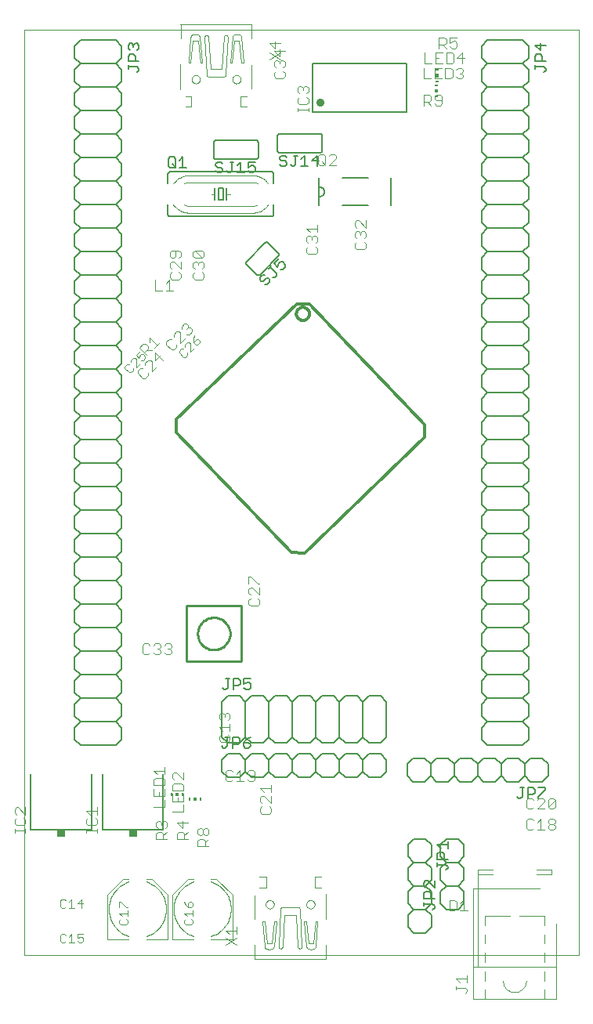
<source format=gto>
G75*
%MOIN*%
%OFA0B0*%
%FSLAX24Y24*%
%IPPOS*%
%LPD*%
%AMOC8*
5,1,8,0,0,1.08239X$1,22.5*
%
%ADD10C,0.0000*%
%ADD11C,0.0120*%
%ADD12C,0.0040*%
%ADD13C,0.0080*%
%ADD14R,0.0340X0.0300*%
%ADD15C,0.0030*%
%ADD16C,0.0060*%
%ADD17C,0.0050*%
%ADD18C,0.0039*%
%ADD19C,0.0020*%
%ADD20R,0.0059X0.0118*%
%ADD21R,0.0118X0.0118*%
%ADD22C,0.0100*%
%ADD23C,0.0348*%
%ADD24R,0.0118X0.0059*%
D10*
X000692Y001990D02*
X000692Y041360D01*
X024314Y041360D01*
X024314Y001990D01*
X000692Y001990D01*
X010968Y004155D02*
X010970Y004181D01*
X010976Y004207D01*
X010986Y004232D01*
X010999Y004255D01*
X011015Y004275D01*
X011035Y004293D01*
X011057Y004308D01*
X011080Y004320D01*
X011106Y004328D01*
X011132Y004332D01*
X011158Y004332D01*
X011184Y004328D01*
X011210Y004320D01*
X011234Y004308D01*
X011255Y004293D01*
X011275Y004275D01*
X011291Y004255D01*
X011304Y004232D01*
X011314Y004207D01*
X011320Y004181D01*
X011322Y004155D01*
X011320Y004129D01*
X011314Y004103D01*
X011304Y004078D01*
X011291Y004055D01*
X011275Y004035D01*
X011255Y004017D01*
X011233Y004002D01*
X011210Y003990D01*
X011184Y003982D01*
X011158Y003978D01*
X011132Y003978D01*
X011106Y003982D01*
X011080Y003990D01*
X011056Y004002D01*
X011035Y004017D01*
X011015Y004035D01*
X010999Y004055D01*
X010986Y004078D01*
X010976Y004103D01*
X010970Y004129D01*
X010968Y004155D01*
X012700Y004155D02*
X012702Y004181D01*
X012708Y004207D01*
X012718Y004232D01*
X012731Y004255D01*
X012747Y004275D01*
X012767Y004293D01*
X012789Y004308D01*
X012812Y004320D01*
X012838Y004328D01*
X012864Y004332D01*
X012890Y004332D01*
X012916Y004328D01*
X012942Y004320D01*
X012966Y004308D01*
X012987Y004293D01*
X013007Y004275D01*
X013023Y004255D01*
X013036Y004232D01*
X013046Y004207D01*
X013052Y004181D01*
X013054Y004155D01*
X013052Y004129D01*
X013046Y004103D01*
X013036Y004078D01*
X013023Y004055D01*
X013007Y004035D01*
X012987Y004017D01*
X012965Y004002D01*
X012942Y003990D01*
X012916Y003982D01*
X012890Y003978D01*
X012864Y003978D01*
X012838Y003982D01*
X012812Y003990D01*
X012788Y004002D01*
X012767Y004017D01*
X012747Y004035D01*
X012731Y004055D01*
X012718Y004078D01*
X012708Y004103D01*
X012702Y004129D01*
X012700Y004155D01*
X009550Y039254D02*
X009552Y039280D01*
X009558Y039306D01*
X009568Y039331D01*
X009581Y039354D01*
X009597Y039374D01*
X009617Y039392D01*
X009639Y039407D01*
X009662Y039419D01*
X009688Y039427D01*
X009714Y039431D01*
X009740Y039431D01*
X009766Y039427D01*
X009792Y039419D01*
X009816Y039407D01*
X009837Y039392D01*
X009857Y039374D01*
X009873Y039354D01*
X009886Y039331D01*
X009896Y039306D01*
X009902Y039280D01*
X009904Y039254D01*
X009902Y039228D01*
X009896Y039202D01*
X009886Y039177D01*
X009873Y039154D01*
X009857Y039134D01*
X009837Y039116D01*
X009815Y039101D01*
X009792Y039089D01*
X009766Y039081D01*
X009740Y039077D01*
X009714Y039077D01*
X009688Y039081D01*
X009662Y039089D01*
X009638Y039101D01*
X009617Y039116D01*
X009597Y039134D01*
X009581Y039154D01*
X009568Y039177D01*
X009558Y039202D01*
X009552Y039228D01*
X009550Y039254D01*
X007818Y039254D02*
X007820Y039280D01*
X007826Y039306D01*
X007836Y039331D01*
X007849Y039354D01*
X007865Y039374D01*
X007885Y039392D01*
X007907Y039407D01*
X007930Y039419D01*
X007956Y039427D01*
X007982Y039431D01*
X008008Y039431D01*
X008034Y039427D01*
X008060Y039419D01*
X008084Y039407D01*
X008105Y039392D01*
X008125Y039374D01*
X008141Y039354D01*
X008154Y039331D01*
X008164Y039306D01*
X008170Y039280D01*
X008172Y039254D01*
X008170Y039228D01*
X008164Y039202D01*
X008154Y039177D01*
X008141Y039154D01*
X008125Y039134D01*
X008105Y039116D01*
X008083Y039101D01*
X008060Y039089D01*
X008034Y039081D01*
X008008Y039077D01*
X007982Y039077D01*
X007956Y039081D01*
X007930Y039089D01*
X007906Y039101D01*
X007885Y039116D01*
X007865Y039134D01*
X007849Y039154D01*
X007836Y039177D01*
X007826Y039202D01*
X007820Y039228D01*
X007818Y039254D01*
D11*
X012284Y029697D02*
X012841Y029686D01*
X017746Y024571D01*
X017734Y024014D01*
X012619Y019109D01*
X012063Y019121D01*
X007158Y024236D01*
X007169Y024792D01*
X012284Y029697D01*
X012276Y029274D02*
X012278Y029307D01*
X012284Y029339D01*
X012293Y029371D01*
X012307Y029401D01*
X012323Y029429D01*
X012343Y029455D01*
X012366Y029479D01*
X012392Y029500D01*
X012420Y029517D01*
X012450Y029532D01*
X012481Y029542D01*
X012513Y029549D01*
X012546Y029552D01*
X012579Y029551D01*
X012611Y029546D01*
X012643Y029537D01*
X012674Y029525D01*
X012702Y029509D01*
X012729Y029490D01*
X012753Y029468D01*
X012775Y029443D01*
X012793Y029415D01*
X012808Y029386D01*
X012820Y029355D01*
X012828Y029323D01*
X012832Y029290D01*
X012832Y029258D01*
X012828Y029225D01*
X012820Y029193D01*
X012808Y029162D01*
X012793Y029133D01*
X012775Y029105D01*
X012753Y029080D01*
X012729Y029058D01*
X012702Y029039D01*
X012674Y029023D01*
X012643Y029011D01*
X012611Y029002D01*
X012579Y028997D01*
X012546Y028996D01*
X012513Y028999D01*
X012481Y029006D01*
X012450Y029016D01*
X012420Y029031D01*
X012392Y029048D01*
X012366Y029069D01*
X012343Y029093D01*
X012323Y029119D01*
X012307Y029147D01*
X012293Y029177D01*
X012284Y029209D01*
X012278Y029241D01*
X012276Y029274D01*
D12*
X012780Y031825D02*
X012704Y031901D01*
X012704Y032055D01*
X012780Y032132D01*
X012780Y032285D02*
X012704Y032362D01*
X012704Y032515D01*
X012780Y032592D01*
X012857Y032592D01*
X012934Y032515D01*
X013011Y032592D01*
X013087Y032592D01*
X013164Y032515D01*
X013164Y032362D01*
X013087Y032285D01*
X013087Y032132D02*
X013164Y032055D01*
X013164Y031901D01*
X013087Y031825D01*
X012780Y031825D01*
X012934Y032439D02*
X012934Y032515D01*
X012857Y032746D02*
X012704Y032899D01*
X013164Y032899D01*
X013164Y032746D02*
X013164Y033052D01*
X013281Y035598D02*
X013204Y035675D01*
X013204Y035982D01*
X013281Y036059D01*
X013434Y036059D01*
X013511Y035982D01*
X013511Y035675D01*
X013434Y035598D01*
X013281Y035598D01*
X013358Y035752D02*
X013511Y035598D01*
X013665Y035598D02*
X013972Y035905D01*
X013972Y035982D01*
X013895Y036059D01*
X013741Y036059D01*
X013665Y035982D01*
X013665Y035598D02*
X013972Y035598D01*
X012788Y037884D02*
X012788Y038037D01*
X012788Y037961D02*
X012327Y037961D01*
X012327Y038037D02*
X012327Y037884D01*
X012404Y038191D02*
X012711Y038191D01*
X012788Y038267D01*
X012788Y038421D01*
X012711Y038498D01*
X012711Y038651D02*
X012788Y038728D01*
X012788Y038881D01*
X012711Y038958D01*
X012634Y038958D01*
X012557Y038881D01*
X012557Y038805D01*
X012557Y038881D02*
X012481Y038958D01*
X012404Y038958D01*
X012327Y038881D01*
X012327Y038728D01*
X012404Y038651D01*
X012404Y038498D02*
X012327Y038421D01*
X012327Y038267D01*
X012404Y038191D01*
X011709Y039305D02*
X011786Y039382D01*
X011786Y039535D01*
X011709Y039612D01*
X011709Y039765D02*
X011786Y039842D01*
X011786Y039996D01*
X011709Y040072D01*
X011633Y040072D01*
X011556Y039996D01*
X011556Y039919D01*
X011556Y039996D02*
X011479Y040072D01*
X011402Y040072D01*
X011326Y039996D01*
X011326Y039842D01*
X011402Y039765D01*
X011402Y039612D02*
X011326Y039535D01*
X011326Y039382D01*
X011402Y039305D01*
X011709Y039305D01*
X011591Y040103D02*
X011131Y040410D01*
X011326Y040456D02*
X011556Y040226D01*
X011556Y040533D01*
X011591Y040410D02*
X011131Y040103D01*
X011326Y040456D02*
X011786Y040456D01*
X011591Y040793D02*
X011131Y040793D01*
X011361Y040563D01*
X011361Y040870D01*
X010374Y040992D02*
X010374Y041584D01*
X007349Y041584D01*
X007349Y040992D01*
X007778Y041052D02*
X007696Y039969D01*
X007778Y039969D01*
X007880Y040909D01*
X008085Y040909D01*
X008187Y039969D01*
X008269Y039969D01*
X008166Y041052D01*
X008167Y041052D02*
X008163Y041071D01*
X008157Y041090D01*
X008147Y041107D01*
X008135Y041123D01*
X008120Y041136D01*
X008103Y041147D01*
X008085Y041154D01*
X007860Y041154D02*
X007842Y041147D01*
X007825Y041136D01*
X007810Y041123D01*
X007798Y041107D01*
X007788Y041090D01*
X007782Y041071D01*
X007778Y041052D01*
X007860Y041154D02*
X007897Y041163D01*
X007934Y041169D01*
X007972Y041171D01*
X008010Y041169D01*
X008047Y041163D01*
X008084Y041154D01*
X008371Y041052D02*
X008452Y039458D01*
X008455Y039440D01*
X008462Y039423D01*
X008471Y039408D01*
X008484Y039395D01*
X008499Y039386D01*
X008516Y039379D01*
X008534Y039376D01*
X009188Y039376D01*
X009206Y039379D01*
X009223Y039386D01*
X009238Y039395D01*
X009251Y039408D01*
X009260Y039423D01*
X009267Y039440D01*
X009270Y039458D01*
X009352Y041052D01*
X009350Y041068D01*
X009346Y041083D01*
X009338Y041098D01*
X009328Y041110D01*
X009316Y041120D01*
X009301Y041128D01*
X009286Y041132D01*
X009270Y041134D01*
X009270Y041134D01*
X009254Y041132D01*
X009239Y041128D01*
X009224Y041120D01*
X009212Y041110D01*
X009202Y041098D01*
X009194Y041083D01*
X009190Y041068D01*
X009188Y041052D01*
X009106Y039703D01*
X009107Y039703D02*
X008616Y039703D01*
X008534Y041052D01*
X008532Y041068D01*
X008528Y041083D01*
X008520Y041098D01*
X008510Y041110D01*
X008498Y041120D01*
X008483Y041128D01*
X008468Y041132D01*
X008452Y041134D01*
X008436Y041132D01*
X008421Y041128D01*
X008406Y041120D01*
X008394Y041110D01*
X008384Y041098D01*
X008376Y041083D01*
X008372Y041068D01*
X008370Y041052D01*
X007349Y041584D02*
X007349Y041584D01*
X007346Y041585D02*
X010376Y041585D01*
X009944Y041052D02*
X010026Y039969D01*
X009944Y039969D01*
X009842Y040909D01*
X009638Y040909D01*
X009536Y039969D01*
X009454Y039969D01*
X009556Y041052D01*
X009560Y041071D01*
X009566Y041090D01*
X009576Y041107D01*
X009588Y041123D01*
X009603Y041136D01*
X009620Y041147D01*
X009638Y041154D01*
X009863Y041154D02*
X009881Y041147D01*
X009898Y041136D01*
X009913Y041123D01*
X009925Y041107D01*
X009935Y041090D01*
X009941Y041071D01*
X009945Y041052D01*
X009862Y041154D02*
X009825Y041163D01*
X009788Y041169D01*
X009750Y041171D01*
X009712Y041169D01*
X009675Y041163D01*
X009638Y041154D01*
X010376Y039865D02*
X010376Y038866D01*
X010170Y038541D02*
X009884Y038541D01*
X009884Y038096D01*
X010170Y038096D01*
X007798Y038089D02*
X007549Y038089D01*
X007798Y038089D02*
X007798Y038541D01*
X007552Y038541D01*
X007347Y038827D02*
X007347Y039885D01*
X007280Y031970D02*
X006973Y031970D01*
X006897Y031893D01*
X006897Y031740D01*
X006973Y031663D01*
X007050Y031663D01*
X007127Y031740D01*
X007127Y031970D01*
X007280Y031970D02*
X007357Y031893D01*
X007357Y031740D01*
X007280Y031663D01*
X007357Y031509D02*
X007357Y031202D01*
X007050Y031509D01*
X006973Y031509D01*
X006897Y031433D01*
X006897Y031279D01*
X006973Y031202D01*
X006973Y031049D02*
X006897Y030972D01*
X006897Y030819D01*
X006973Y030742D01*
X007280Y030742D01*
X007357Y030819D01*
X007357Y030972D01*
X007280Y031049D01*
X006875Y030726D02*
X006875Y030266D01*
X007028Y030266D02*
X006721Y030266D01*
X006568Y030266D02*
X006261Y030266D01*
X006261Y030726D01*
X006721Y030573D02*
X006875Y030726D01*
X007881Y030819D02*
X007957Y030742D01*
X008264Y030742D01*
X008341Y030819D01*
X008341Y030972D01*
X008264Y031049D01*
X008264Y031202D02*
X008341Y031279D01*
X008341Y031433D01*
X008264Y031509D01*
X008188Y031509D01*
X008111Y031433D01*
X008111Y031356D01*
X008111Y031433D02*
X008034Y031509D01*
X007957Y031509D01*
X007881Y031433D01*
X007881Y031279D01*
X007957Y031202D01*
X007957Y031049D02*
X007881Y030972D01*
X007881Y030819D01*
X007957Y031663D02*
X007881Y031740D01*
X007881Y031893D01*
X007957Y031970D01*
X008264Y031663D01*
X008341Y031740D01*
X008341Y031893D01*
X008264Y031970D01*
X007957Y031970D01*
X007957Y031663D02*
X008264Y031663D01*
X007611Y028846D02*
X007502Y028846D01*
X007394Y028738D01*
X007394Y028629D01*
X007285Y028521D02*
X007176Y028521D01*
X007068Y028412D01*
X007068Y028304D01*
X006959Y028195D02*
X006851Y028195D01*
X006742Y028087D01*
X006742Y027978D01*
X006959Y027761D01*
X007068Y027761D01*
X007176Y027870D01*
X007176Y027978D01*
X007339Y028033D02*
X007339Y028467D01*
X007285Y028521D01*
X007556Y028250D02*
X007339Y028033D01*
X007611Y028412D02*
X007719Y028412D01*
X007828Y028521D01*
X007828Y028629D01*
X007773Y028684D01*
X007665Y028684D01*
X007611Y028629D01*
X007665Y028684D02*
X007665Y028792D01*
X007611Y028846D01*
X006452Y028060D02*
X006235Y027843D01*
X006343Y027952D02*
X006017Y028277D01*
X006017Y028060D01*
X005855Y028006D02*
X005963Y027897D01*
X005963Y027789D01*
X005800Y027626D01*
X005909Y027517D02*
X005583Y027843D01*
X005746Y028006D01*
X005855Y028006D01*
X005909Y027735D02*
X006126Y027735D01*
X006280Y027630D02*
X006280Y027304D01*
X006497Y027521D01*
X006606Y027304D02*
X006280Y027630D01*
X006063Y027304D02*
X005955Y027304D01*
X005846Y027196D01*
X005846Y027087D01*
X005738Y026979D02*
X005629Y026979D01*
X005521Y026870D01*
X005521Y026762D01*
X005738Y026545D01*
X005846Y026545D01*
X005955Y026653D01*
X005955Y026762D01*
X006117Y026816D02*
X006117Y027250D01*
X006063Y027304D01*
X006334Y027033D02*
X006117Y026816D01*
X010243Y018092D02*
X010320Y018092D01*
X010627Y017785D01*
X010703Y017785D01*
X010703Y017631D02*
X010703Y017324D01*
X010396Y017631D01*
X010320Y017631D01*
X010243Y017555D01*
X010243Y017401D01*
X010320Y017324D01*
X010320Y017171D02*
X010243Y017094D01*
X010243Y016941D01*
X010320Y016864D01*
X010627Y016864D01*
X010703Y016941D01*
X010703Y017094D01*
X010627Y017171D01*
X010243Y017785D02*
X010243Y018092D01*
X006964Y015173D02*
X006964Y015096D01*
X006887Y015019D01*
X006964Y014943D01*
X006964Y014866D01*
X006887Y014789D01*
X006734Y014789D01*
X006657Y014866D01*
X006504Y014866D02*
X006427Y014789D01*
X006273Y014789D01*
X006197Y014866D01*
X006043Y014866D02*
X005966Y014789D01*
X005813Y014789D01*
X005736Y014866D01*
X005736Y015173D01*
X005813Y015250D01*
X005966Y015250D01*
X006043Y015173D01*
X006197Y015173D02*
X006273Y015250D01*
X006427Y015250D01*
X006504Y015173D01*
X006504Y015096D01*
X006427Y015019D01*
X006504Y014943D01*
X006504Y014866D01*
X006427Y015019D02*
X006350Y015019D01*
X006657Y015173D02*
X006734Y015250D01*
X006887Y015250D01*
X006964Y015173D01*
X006887Y015019D02*
X006810Y015019D01*
X009064Y012297D02*
X008987Y012221D01*
X008987Y012067D01*
X009064Y011990D01*
X009217Y012144D02*
X009217Y012221D01*
X009294Y012297D01*
X009371Y012297D01*
X009447Y012221D01*
X009447Y012067D01*
X009371Y011990D01*
X009447Y011837D02*
X009447Y011530D01*
X009447Y011683D02*
X008987Y011683D01*
X009141Y011530D01*
X009064Y011376D02*
X008987Y011300D01*
X008987Y011146D01*
X009064Y011070D01*
X009371Y011070D01*
X009447Y011146D01*
X009447Y011300D01*
X009371Y011376D01*
X009217Y012221D02*
X009141Y012297D01*
X009064Y012297D01*
X009344Y009860D02*
X009267Y009783D01*
X009267Y009476D01*
X009344Y009400D01*
X009497Y009400D01*
X009574Y009476D01*
X009727Y009400D02*
X010034Y009400D01*
X009881Y009400D02*
X009881Y009860D01*
X009727Y009706D01*
X009574Y009783D02*
X009497Y009860D01*
X009344Y009860D01*
X010188Y009783D02*
X010188Y009706D01*
X010264Y009630D01*
X010495Y009630D01*
X010495Y009783D02*
X010418Y009860D01*
X010264Y009860D01*
X010188Y009783D01*
X010495Y009783D02*
X010495Y009476D01*
X010418Y009400D01*
X010264Y009400D01*
X010188Y009476D01*
X010735Y009080D02*
X011195Y009080D01*
X011195Y008927D02*
X011195Y009234D01*
X010889Y008927D02*
X010735Y009080D01*
X010812Y008773D02*
X010735Y008696D01*
X010735Y008543D01*
X010812Y008466D01*
X010812Y008313D02*
X010735Y008236D01*
X010735Y008083D01*
X010812Y008006D01*
X011119Y008006D01*
X011195Y008083D01*
X011195Y008236D01*
X011119Y008313D01*
X011195Y008466D02*
X010889Y008773D01*
X010812Y008773D01*
X011195Y008773D02*
X011195Y008466D01*
X010988Y005313D02*
X010702Y005313D01*
X010988Y005313D02*
X010988Y004868D01*
X010702Y004868D01*
X010496Y004542D02*
X010496Y003544D01*
X010846Y003440D02*
X010928Y003440D01*
X011030Y002500D01*
X011234Y002500D01*
X011336Y003440D01*
X011418Y003440D01*
X011316Y002356D01*
X011312Y002337D01*
X011306Y002318D01*
X011296Y002301D01*
X011284Y002285D01*
X011269Y002272D01*
X011252Y002261D01*
X011234Y002254D01*
X011009Y002254D02*
X010991Y002261D01*
X010974Y002272D01*
X010959Y002285D01*
X010947Y002301D01*
X010937Y002318D01*
X010931Y002337D01*
X010927Y002356D01*
X010928Y002356D02*
X010846Y003440D01*
X011010Y002255D02*
X011047Y002246D01*
X011084Y002240D01*
X011122Y002238D01*
X011160Y002240D01*
X011197Y002246D01*
X011234Y002255D01*
X011520Y002357D02*
X011602Y003951D01*
X011601Y003951D02*
X011604Y003969D01*
X011611Y003986D01*
X011620Y004001D01*
X011633Y004014D01*
X011648Y004023D01*
X011665Y004030D01*
X011683Y004033D01*
X011684Y004032D02*
X012338Y004032D01*
X012338Y004033D02*
X012356Y004030D01*
X012373Y004023D01*
X012388Y004014D01*
X012401Y004001D01*
X012410Y003986D01*
X012417Y003969D01*
X012420Y003951D01*
X012419Y003951D02*
X012501Y002357D01*
X012501Y002356D02*
X012499Y002340D01*
X012495Y002325D01*
X012487Y002310D01*
X012477Y002298D01*
X012465Y002288D01*
X012450Y002280D01*
X012435Y002276D01*
X012419Y002274D01*
X012403Y002276D01*
X012388Y002280D01*
X012373Y002288D01*
X012361Y002298D01*
X012351Y002310D01*
X012343Y002325D01*
X012339Y002340D01*
X012337Y002356D01*
X012338Y002356D02*
X012256Y003705D01*
X011765Y003705D01*
X011684Y002356D01*
X011682Y002340D01*
X011678Y002325D01*
X011670Y002310D01*
X011660Y002298D01*
X011648Y002288D01*
X011633Y002280D01*
X011618Y002276D01*
X011602Y002274D01*
X011602Y002275D02*
X011602Y002275D01*
X011602Y002274D02*
X011586Y002276D01*
X011571Y002280D01*
X011556Y002288D01*
X011544Y002298D01*
X011534Y002310D01*
X011526Y002325D01*
X011522Y002340D01*
X011520Y002356D01*
X012706Y002356D02*
X012603Y003440D01*
X012685Y003440D01*
X012787Y002500D01*
X012992Y002500D01*
X013094Y003440D01*
X013176Y003440D01*
X013094Y002356D01*
X013090Y002337D01*
X013084Y002318D01*
X013074Y002301D01*
X013062Y002285D01*
X013047Y002272D01*
X013030Y002261D01*
X013012Y002254D01*
X012787Y002254D02*
X012769Y002261D01*
X012752Y002272D01*
X012737Y002285D01*
X012725Y002301D01*
X012715Y002318D01*
X012709Y002337D01*
X012705Y002356D01*
X012788Y002255D02*
X012825Y002246D01*
X012862Y002240D01*
X012900Y002238D01*
X012938Y002240D01*
X012975Y002246D01*
X013012Y002255D01*
X013523Y002417D02*
X013523Y001825D01*
X010498Y001825D01*
X010498Y002417D01*
X010496Y001823D02*
X013525Y001823D01*
X013523Y001825D02*
X013523Y001825D01*
X013525Y003524D02*
X013525Y004582D01*
X013320Y004868D02*
X013074Y004868D01*
X013074Y005319D01*
X013323Y005319D01*
X009550Y004569D02*
X009550Y002679D01*
X008645Y002679D01*
X009280Y002732D02*
X009741Y002425D01*
X009741Y002732D02*
X009280Y002425D01*
X009434Y002886D02*
X009280Y003039D01*
X009741Y003039D01*
X009741Y002886D02*
X009741Y003192D01*
X009550Y004569D02*
X008881Y005238D01*
X008645Y005238D01*
X007897Y005238D02*
X007660Y005238D01*
X006991Y004569D01*
X006991Y002679D01*
X007897Y002679D01*
X008645Y002797D02*
X008709Y002819D01*
X008772Y002846D01*
X008834Y002876D01*
X008893Y002909D01*
X008951Y002945D01*
X009007Y002985D01*
X009060Y003028D01*
X009111Y003073D01*
X009159Y003121D01*
X009204Y003172D01*
X009247Y003226D01*
X009286Y003282D01*
X009323Y003339D01*
X009356Y003399D01*
X009385Y003461D01*
X009411Y003524D01*
X009434Y003588D01*
X009453Y003654D01*
X009468Y003721D01*
X009479Y003788D01*
X009487Y003856D01*
X009491Y003924D01*
X009491Y003992D01*
X009487Y004060D01*
X009479Y004128D01*
X009468Y004195D01*
X009453Y004262D01*
X009434Y004328D01*
X009411Y004392D01*
X009385Y004455D01*
X009356Y004517D01*
X009323Y004577D01*
X009286Y004634D01*
X009247Y004690D01*
X009204Y004744D01*
X009159Y004795D01*
X009111Y004843D01*
X009060Y004888D01*
X009007Y004931D01*
X008951Y004971D01*
X008893Y005007D01*
X008834Y005040D01*
X008772Y005070D01*
X008709Y005097D01*
X008645Y005119D01*
X007897Y005119D02*
X007833Y005097D01*
X007770Y005070D01*
X007708Y005040D01*
X007649Y005007D01*
X007591Y004971D01*
X007535Y004931D01*
X007482Y004888D01*
X007431Y004843D01*
X007383Y004795D01*
X007338Y004744D01*
X007295Y004690D01*
X007256Y004634D01*
X007219Y004577D01*
X007186Y004517D01*
X007157Y004455D01*
X007131Y004392D01*
X007108Y004328D01*
X007089Y004262D01*
X007074Y004195D01*
X007063Y004128D01*
X007055Y004060D01*
X007051Y003992D01*
X007051Y003924D01*
X007055Y003856D01*
X007063Y003788D01*
X007074Y003721D01*
X007089Y003654D01*
X007108Y003588D01*
X007131Y003524D01*
X007157Y003461D01*
X007186Y003399D01*
X007219Y003339D01*
X007256Y003282D01*
X007295Y003226D01*
X007338Y003172D01*
X007383Y003121D01*
X007431Y003073D01*
X007482Y003028D01*
X007535Y002985D01*
X007591Y002945D01*
X007649Y002909D01*
X007708Y002876D01*
X007770Y002846D01*
X007833Y002819D01*
X007897Y002797D01*
X006794Y002679D02*
X005889Y002679D01*
X006794Y002679D02*
X006794Y004569D01*
X006125Y005238D01*
X005889Y005238D01*
X005141Y005119D02*
X005077Y005097D01*
X005014Y005070D01*
X004952Y005040D01*
X004893Y005007D01*
X004835Y004971D01*
X004779Y004931D01*
X004726Y004888D01*
X004675Y004843D01*
X004627Y004795D01*
X004582Y004744D01*
X004539Y004690D01*
X004500Y004634D01*
X004463Y004577D01*
X004430Y004517D01*
X004401Y004455D01*
X004375Y004392D01*
X004352Y004328D01*
X004333Y004262D01*
X004318Y004195D01*
X004307Y004128D01*
X004299Y004060D01*
X004295Y003992D01*
X004295Y003924D01*
X004299Y003856D01*
X004307Y003788D01*
X004318Y003721D01*
X004333Y003654D01*
X004352Y003588D01*
X004375Y003524D01*
X004401Y003461D01*
X004430Y003399D01*
X004463Y003339D01*
X004500Y003282D01*
X004539Y003226D01*
X004582Y003172D01*
X004627Y003121D01*
X004675Y003073D01*
X004726Y003028D01*
X004779Y002985D01*
X004835Y002945D01*
X004893Y002909D01*
X004952Y002876D01*
X005014Y002846D01*
X005077Y002819D01*
X005141Y002797D01*
X005141Y002679D02*
X004235Y002679D01*
X004235Y004569D01*
X004904Y005238D01*
X005141Y005238D01*
X005889Y005119D02*
X005953Y005097D01*
X006016Y005070D01*
X006078Y005040D01*
X006137Y005007D01*
X006195Y004971D01*
X006251Y004931D01*
X006304Y004888D01*
X006355Y004843D01*
X006403Y004795D01*
X006448Y004744D01*
X006491Y004690D01*
X006530Y004634D01*
X006567Y004577D01*
X006600Y004517D01*
X006629Y004455D01*
X006655Y004392D01*
X006678Y004328D01*
X006697Y004262D01*
X006712Y004195D01*
X006723Y004128D01*
X006731Y004060D01*
X006735Y003992D01*
X006735Y003924D01*
X006731Y003856D01*
X006723Y003788D01*
X006712Y003721D01*
X006697Y003654D01*
X006678Y003588D01*
X006655Y003524D01*
X006629Y003461D01*
X006600Y003399D01*
X006567Y003339D01*
X006530Y003282D01*
X006491Y003226D01*
X006448Y003172D01*
X006403Y003121D01*
X006355Y003073D01*
X006304Y003028D01*
X006251Y002985D01*
X006195Y002945D01*
X006137Y002909D01*
X006078Y002876D01*
X006016Y002846D01*
X005953Y002819D01*
X005889Y002797D01*
X008079Y006631D02*
X008079Y006861D01*
X008156Y006938D01*
X008309Y006938D01*
X008386Y006861D01*
X008386Y006631D01*
X008386Y006784D02*
X008540Y006938D01*
X008463Y007091D02*
X008386Y007091D01*
X008309Y007168D01*
X008309Y007322D01*
X008386Y007398D01*
X008463Y007398D01*
X008540Y007322D01*
X008540Y007168D01*
X008463Y007091D01*
X008309Y007168D02*
X008233Y007091D01*
X008156Y007091D01*
X008079Y007168D01*
X008079Y007322D01*
X008156Y007398D01*
X008233Y007398D01*
X008309Y007322D01*
X007654Y007233D02*
X007500Y007080D01*
X007500Y007156D02*
X007500Y006926D01*
X007654Y006926D02*
X007193Y006926D01*
X007193Y007156D01*
X007270Y007233D01*
X007424Y007233D01*
X007500Y007156D01*
X007424Y007387D02*
X007424Y007694D01*
X007654Y007617D02*
X007193Y007617D01*
X007424Y007387D01*
X007455Y008085D02*
X006995Y008085D01*
X006668Y008301D02*
X006668Y008608D01*
X006668Y008761D02*
X006668Y009068D01*
X006668Y009222D02*
X006668Y009452D01*
X006591Y009529D01*
X006284Y009529D01*
X006208Y009452D01*
X006208Y009222D01*
X006668Y009222D01*
X006995Y009236D02*
X006995Y009005D01*
X007455Y009005D01*
X007455Y009236D01*
X007379Y009312D01*
X007072Y009312D01*
X006995Y009236D01*
X007072Y009466D02*
X006995Y009542D01*
X006995Y009696D01*
X007072Y009773D01*
X007148Y009773D01*
X007455Y009466D01*
X007455Y009773D01*
X007455Y008852D02*
X007455Y008545D01*
X006995Y008545D01*
X006995Y008852D01*
X007225Y008698D02*
X007225Y008545D01*
X007455Y008391D02*
X007455Y008085D01*
X006668Y008301D02*
X006208Y008301D01*
X006384Y007694D02*
X006308Y007617D01*
X006308Y007463D01*
X006384Y007387D01*
X006384Y007233D02*
X006538Y007233D01*
X006614Y007156D01*
X006614Y006926D01*
X006614Y007080D02*
X006768Y007233D01*
X006691Y007387D02*
X006768Y007463D01*
X006768Y007617D01*
X006691Y007694D01*
X006614Y007694D01*
X006538Y007617D01*
X006538Y007540D01*
X006538Y007617D02*
X006461Y007694D01*
X006384Y007694D01*
X006384Y007233D02*
X006308Y007156D01*
X006308Y006926D01*
X006768Y006926D01*
X008079Y006631D02*
X008540Y006631D01*
X006668Y008761D02*
X006208Y008761D01*
X006208Y009068D01*
X006438Y008915D02*
X006438Y008761D01*
X006361Y009682D02*
X006208Y009836D01*
X006668Y009836D01*
X006668Y009989D02*
X006668Y009682D01*
X003798Y008285D02*
X003798Y007978D01*
X003798Y008131D02*
X003337Y008131D01*
X003491Y007978D01*
X003414Y007824D02*
X003337Y007748D01*
X003337Y007594D01*
X003414Y007517D01*
X003721Y007517D01*
X003798Y007594D01*
X003798Y007748D01*
X003721Y007824D01*
X003798Y007364D02*
X003798Y007211D01*
X003798Y007287D02*
X003337Y007287D01*
X003337Y007211D02*
X003337Y007364D01*
X000747Y007364D02*
X000747Y007211D01*
X000747Y007287D02*
X000286Y007287D01*
X000286Y007211D02*
X000286Y007364D01*
X000363Y007517D02*
X000670Y007517D01*
X000747Y007594D01*
X000747Y007748D01*
X000670Y007824D01*
X000747Y007978D02*
X000440Y008285D01*
X000363Y008285D01*
X000286Y008208D01*
X000286Y008055D01*
X000363Y007978D01*
X000363Y007824D02*
X000286Y007748D01*
X000286Y007594D01*
X000363Y007517D01*
X000747Y007978D02*
X000747Y008285D01*
X014847Y032022D02*
X015154Y032022D01*
X015231Y032098D01*
X015231Y032252D01*
X015154Y032329D01*
X015154Y032482D02*
X015231Y032559D01*
X015231Y032712D01*
X015154Y032789D01*
X015077Y032789D01*
X015001Y032712D01*
X015001Y032635D01*
X015001Y032712D02*
X014924Y032789D01*
X014847Y032789D01*
X014771Y032712D01*
X014771Y032559D01*
X014847Y032482D01*
X014847Y032329D02*
X014771Y032252D01*
X014771Y032098D01*
X014847Y032022D01*
X014847Y032942D02*
X014771Y033019D01*
X014771Y033173D01*
X014847Y033249D01*
X014924Y033249D01*
X015231Y032942D01*
X015231Y033249D01*
X017695Y038138D02*
X017695Y038599D01*
X017926Y038599D01*
X018002Y038522D01*
X018002Y038368D01*
X017926Y038292D01*
X017695Y038292D01*
X017849Y038292D02*
X018002Y038138D01*
X018156Y038215D02*
X018232Y038138D01*
X018386Y038138D01*
X018463Y038215D01*
X018463Y038522D01*
X018386Y038599D01*
X018232Y038599D01*
X018156Y038522D01*
X018156Y038445D01*
X018232Y038368D01*
X018463Y038368D01*
X018459Y039281D02*
X018153Y039281D01*
X018153Y039742D01*
X018459Y039742D01*
X018613Y039742D02*
X018613Y039281D01*
X018843Y039281D01*
X018920Y039358D01*
X018920Y039665D01*
X018843Y039742D01*
X018613Y039742D01*
X018652Y039931D02*
X018883Y039931D01*
X018959Y040008D01*
X018959Y040315D01*
X018883Y040391D01*
X018652Y040391D01*
X018652Y039931D01*
X018499Y039931D02*
X018192Y039931D01*
X018192Y040391D01*
X018499Y040391D01*
X018652Y040579D02*
X018498Y040733D01*
X018575Y040733D02*
X018345Y040733D01*
X018345Y040579D02*
X018345Y041039D01*
X018575Y041039D01*
X018652Y040963D01*
X018652Y040809D01*
X018575Y040733D01*
X018805Y040809D02*
X018805Y041039D01*
X019112Y041039D01*
X019036Y040886D02*
X019112Y040809D01*
X019112Y040656D01*
X019036Y040579D01*
X018882Y040579D01*
X018805Y040656D01*
X018805Y040809D02*
X018959Y040886D01*
X019036Y040886D01*
X019343Y040391D02*
X019113Y040161D01*
X019420Y040161D01*
X019343Y039931D02*
X019343Y040391D01*
X019304Y039742D02*
X019380Y039665D01*
X019380Y039588D01*
X019304Y039512D01*
X019380Y039435D01*
X019380Y039358D01*
X019304Y039281D01*
X019150Y039281D01*
X019073Y039358D01*
X019227Y039512D02*
X019304Y039512D01*
X019304Y039742D02*
X019150Y039742D01*
X019073Y039665D01*
X018306Y039512D02*
X018153Y039512D01*
X017999Y039281D02*
X017692Y039281D01*
X017692Y039742D01*
X017732Y039931D02*
X018038Y039931D01*
X018192Y040161D02*
X018345Y040161D01*
X017732Y040391D02*
X017732Y039931D01*
X022139Y008679D02*
X022062Y008602D01*
X022062Y008295D01*
X022139Y008218D01*
X022292Y008218D01*
X022369Y008295D01*
X022523Y008218D02*
X022830Y008525D01*
X022830Y008602D01*
X022753Y008679D01*
X022599Y008679D01*
X022523Y008602D01*
X022369Y008602D02*
X022292Y008679D01*
X022139Y008679D01*
X022523Y008218D02*
X022830Y008218D01*
X022983Y008295D02*
X023290Y008602D01*
X023290Y008295D01*
X023213Y008218D01*
X023060Y008218D01*
X022983Y008295D01*
X022983Y008602D01*
X023060Y008679D01*
X023213Y008679D01*
X023290Y008602D01*
X023213Y007793D02*
X023290Y007716D01*
X023290Y007640D01*
X023213Y007563D01*
X023060Y007563D01*
X022983Y007640D01*
X022983Y007716D01*
X023060Y007793D01*
X023213Y007793D01*
X023213Y007563D02*
X023290Y007486D01*
X023290Y007409D01*
X023213Y007333D01*
X023060Y007333D01*
X022983Y007409D01*
X022983Y007486D01*
X023060Y007563D01*
X022830Y007333D02*
X022523Y007333D01*
X022676Y007333D02*
X022676Y007793D01*
X022523Y007640D01*
X022369Y007716D02*
X022292Y007793D01*
X022139Y007793D01*
X022062Y007716D01*
X022062Y007409D01*
X022139Y007333D01*
X022292Y007333D01*
X022369Y007409D01*
X019397Y004340D02*
X019397Y003880D01*
X019550Y003880D02*
X019243Y003880D01*
X019090Y003957D02*
X019090Y004264D01*
X019013Y004340D01*
X018783Y004340D01*
X018783Y003880D01*
X019013Y003880D01*
X019090Y003957D01*
X019243Y004187D02*
X019397Y004340D01*
X019538Y001139D02*
X019538Y000832D01*
X019538Y000986D02*
X019078Y000986D01*
X019231Y000832D01*
X019078Y000679D02*
X019078Y000525D01*
X019078Y000602D02*
X019461Y000602D01*
X019538Y000525D01*
X019538Y000449D01*
X019461Y000372D01*
D13*
X006608Y007341D02*
X004028Y007341D01*
X004028Y009701D01*
X003557Y009701D02*
X003557Y007341D01*
X000977Y007341D01*
X000977Y009701D01*
X006608Y009701D02*
X006608Y007341D01*
X013231Y033880D02*
X013231Y035061D01*
X013271Y034667D02*
X013298Y034665D01*
X013324Y034660D01*
X013349Y034651D01*
X013373Y034638D01*
X013395Y034623D01*
X013415Y034604D01*
X013432Y034584D01*
X013446Y034561D01*
X013457Y034536D01*
X013464Y034510D01*
X013468Y034483D01*
X013468Y034457D01*
X013464Y034430D01*
X013457Y034404D01*
X013446Y034379D01*
X013432Y034356D01*
X013415Y034336D01*
X013395Y034317D01*
X013373Y034302D01*
X013349Y034289D01*
X013324Y034280D01*
X013298Y034275D01*
X013271Y034273D01*
X014215Y033880D02*
X015318Y033880D01*
X015318Y035061D02*
X014215Y035061D01*
X012956Y037876D02*
X012956Y039923D01*
X016971Y039923D01*
X016971Y037876D01*
X012956Y037876D01*
X016302Y035061D02*
X016302Y033880D01*
D14*
X005318Y007151D03*
X002267Y007151D03*
D15*
X002284Y004375D02*
X002222Y004313D01*
X002222Y004066D01*
X002284Y004004D01*
X002407Y004004D01*
X002469Y004066D01*
X002590Y004004D02*
X002837Y004004D01*
X002714Y004004D02*
X002714Y004375D01*
X002590Y004251D01*
X002469Y004313D02*
X002407Y004375D01*
X002284Y004375D01*
X002959Y004190D02*
X003206Y004190D01*
X003144Y004375D02*
X003144Y004004D01*
X002959Y004190D02*
X003144Y004375D01*
X003206Y002898D02*
X002959Y002898D01*
X002959Y002713D01*
X003082Y002775D01*
X003144Y002775D01*
X003206Y002713D01*
X003206Y002590D01*
X003144Y002528D01*
X003020Y002528D01*
X002959Y002590D01*
X002837Y002528D02*
X002590Y002528D01*
X002714Y002528D02*
X002714Y002898D01*
X002590Y002775D01*
X002469Y002837D02*
X002407Y002898D01*
X002284Y002898D01*
X002222Y002837D01*
X002222Y002590D01*
X002284Y002528D01*
X002407Y002528D01*
X002469Y002590D01*
X004736Y003346D02*
X004797Y003284D01*
X005044Y003284D01*
X005106Y003346D01*
X005106Y003469D01*
X005044Y003531D01*
X005106Y003653D02*
X005106Y003899D01*
X005106Y004021D02*
X005044Y004021D01*
X004797Y004268D01*
X004736Y004268D01*
X004736Y004021D01*
X004736Y003776D02*
X005106Y003776D01*
X004859Y003653D02*
X004736Y003776D01*
X004797Y003531D02*
X004736Y003469D01*
X004736Y003346D01*
X007492Y003346D02*
X007553Y003284D01*
X007800Y003284D01*
X007862Y003346D01*
X007862Y003469D01*
X007800Y003531D01*
X007862Y003653D02*
X007862Y003899D01*
X007862Y003776D02*
X007492Y003776D01*
X007615Y003653D01*
X007553Y003531D02*
X007492Y003469D01*
X007492Y003346D01*
X007677Y004021D02*
X007553Y004144D01*
X007492Y004268D01*
X007677Y004206D02*
X007677Y004021D01*
X007800Y004021D01*
X007862Y004083D01*
X007862Y004206D01*
X007800Y004268D01*
X007738Y004268D01*
X007677Y004206D01*
X005235Y026782D02*
X005322Y026869D01*
X005322Y026957D01*
X005452Y026999D02*
X005452Y027348D01*
X005408Y027392D01*
X005321Y027392D01*
X005234Y027304D01*
X005234Y027217D01*
X005148Y027131D02*
X005061Y027131D01*
X004973Y027044D01*
X004973Y026957D01*
X005148Y026782D01*
X005235Y026782D01*
X005452Y026999D02*
X005627Y027174D01*
X005669Y027303D02*
X005756Y027303D01*
X005843Y027390D01*
X005843Y027478D01*
X005756Y027565D01*
X005669Y027565D01*
X005625Y027521D01*
X005581Y027390D01*
X005451Y027521D01*
X005625Y027696D01*
X007287Y027706D02*
X007287Y027619D01*
X007461Y027444D01*
X007548Y027444D01*
X007636Y027531D01*
X007636Y027619D01*
X007765Y027661D02*
X007765Y028010D01*
X007722Y028054D01*
X007634Y028054D01*
X007547Y027966D01*
X007547Y027879D01*
X007461Y027793D02*
X007374Y027793D01*
X007287Y027706D01*
X007765Y027661D02*
X007940Y027835D01*
X007982Y027965D02*
X008069Y027965D01*
X008157Y028052D01*
X008157Y028139D01*
X008113Y028183D01*
X008026Y028183D01*
X007895Y028052D01*
X007982Y027965D01*
X007895Y028052D02*
X007895Y028227D01*
X007938Y028358D01*
D16*
X010582Y030944D02*
X010158Y031368D01*
X010147Y031382D01*
X010138Y031397D01*
X010132Y031413D01*
X010129Y031430D01*
X010129Y031448D01*
X010132Y031465D01*
X010138Y031481D01*
X010147Y031496D01*
X010158Y031510D01*
X010936Y032287D01*
X010935Y032288D02*
X010949Y032299D01*
X010964Y032308D01*
X010980Y032314D01*
X010997Y032317D01*
X011015Y032317D01*
X011032Y032314D01*
X011048Y032308D01*
X011063Y032299D01*
X011077Y032288D01*
X011077Y032287D02*
X011501Y031863D01*
X011502Y031864D02*
X011513Y031850D01*
X011522Y031835D01*
X011528Y031819D01*
X011531Y031802D01*
X011531Y031784D01*
X011528Y031767D01*
X011522Y031751D01*
X011513Y031736D01*
X011502Y031722D01*
X011501Y031722D02*
X010724Y030944D01*
X010710Y030933D01*
X010695Y030924D01*
X010679Y030918D01*
X010662Y030915D01*
X010644Y030915D01*
X010627Y030918D01*
X010611Y030924D01*
X010596Y030933D01*
X010582Y030944D01*
X011208Y033422D02*
X006908Y033422D01*
X006891Y033424D01*
X006874Y033428D01*
X006858Y033435D01*
X006844Y033445D01*
X006831Y033458D01*
X006821Y033472D01*
X006814Y033488D01*
X006810Y033505D01*
X006808Y033522D01*
X006808Y033922D01*
X006808Y034822D02*
X006808Y035222D01*
X006810Y035239D01*
X006814Y035256D01*
X006821Y035272D01*
X006831Y035286D01*
X006844Y035299D01*
X006858Y035309D01*
X006874Y035316D01*
X006891Y035320D01*
X006908Y035322D01*
X011208Y035322D01*
X011225Y035320D01*
X011242Y035316D01*
X011258Y035309D01*
X011272Y035299D01*
X011285Y035286D01*
X011295Y035272D01*
X011302Y035256D01*
X011306Y035239D01*
X011308Y035222D01*
X011308Y034822D01*
X011308Y033922D02*
X011308Y033522D01*
X011306Y033505D01*
X011302Y033488D01*
X011295Y033472D01*
X011285Y033458D01*
X011272Y033445D01*
X011258Y033435D01*
X011242Y033428D01*
X011225Y033424D01*
X011208Y033422D01*
X010558Y035861D02*
X008858Y035861D01*
X008841Y035863D01*
X008824Y035867D01*
X008808Y035874D01*
X008794Y035884D01*
X008781Y035897D01*
X008771Y035911D01*
X008764Y035927D01*
X008760Y035944D01*
X008758Y035961D01*
X008758Y036561D01*
X008760Y036578D01*
X008764Y036595D01*
X008771Y036611D01*
X008781Y036625D01*
X008794Y036638D01*
X008808Y036648D01*
X008824Y036655D01*
X008841Y036659D01*
X008858Y036661D01*
X010558Y036661D01*
X010575Y036659D01*
X010592Y036655D01*
X010608Y036648D01*
X010622Y036638D01*
X010635Y036625D01*
X010645Y036611D01*
X010652Y036595D01*
X010656Y036578D01*
X010658Y036561D01*
X010658Y035961D01*
X010656Y035944D01*
X010652Y035927D01*
X010645Y035911D01*
X010635Y035897D01*
X010622Y035884D01*
X010608Y035874D01*
X010592Y035867D01*
X010575Y035863D01*
X010558Y035861D01*
X011474Y036237D02*
X011474Y036837D01*
X011476Y036854D01*
X011480Y036871D01*
X011487Y036887D01*
X011497Y036901D01*
X011510Y036914D01*
X011524Y036924D01*
X011540Y036931D01*
X011557Y036935D01*
X011574Y036937D01*
X013274Y036937D01*
X013291Y036935D01*
X013308Y036931D01*
X013324Y036924D01*
X013338Y036914D01*
X013351Y036901D01*
X013361Y036887D01*
X013368Y036871D01*
X013372Y036854D01*
X013374Y036837D01*
X013374Y036237D01*
X013372Y036220D01*
X013368Y036203D01*
X013361Y036187D01*
X013351Y036173D01*
X013338Y036160D01*
X013324Y036150D01*
X013308Y036143D01*
X013291Y036139D01*
X013274Y036137D01*
X011574Y036137D01*
X011557Y036139D01*
X011540Y036143D01*
X011524Y036150D01*
X011510Y036160D01*
X011497Y036173D01*
X011487Y036187D01*
X011480Y036203D01*
X011476Y036220D01*
X011474Y036237D01*
X009308Y034622D02*
X009308Y034372D01*
X009308Y034122D01*
X009158Y034122D02*
X009158Y034622D01*
X008958Y034622D01*
X008958Y034122D01*
X009158Y034122D01*
X008808Y034122D02*
X008808Y034372D01*
X008808Y034622D01*
X004841Y034665D02*
X004841Y034165D01*
X004591Y033915D01*
X003091Y033915D01*
X002841Y034165D01*
X002841Y034665D01*
X003091Y034915D01*
X004591Y034915D01*
X004841Y034665D01*
X004591Y034915D02*
X004841Y035165D01*
X004841Y035665D01*
X004591Y035915D01*
X003091Y035915D01*
X002841Y035665D01*
X002841Y035165D01*
X003091Y034915D01*
X003091Y033915D02*
X002841Y033665D01*
X002841Y033165D01*
X003091Y032915D01*
X004591Y032915D01*
X004841Y032665D01*
X004841Y032165D01*
X004591Y031915D01*
X003091Y031915D01*
X002841Y032165D01*
X002841Y032665D01*
X003091Y032915D01*
X003091Y031915D02*
X002841Y031665D01*
X002841Y031165D01*
X003091Y030915D01*
X004591Y030915D01*
X004841Y030665D01*
X004841Y030165D01*
X004591Y029915D01*
X003091Y029915D01*
X002841Y030165D01*
X002841Y030665D01*
X003091Y030915D01*
X003091Y029915D02*
X002841Y029665D01*
X002841Y029165D01*
X003091Y028915D01*
X004591Y028915D01*
X004841Y028665D01*
X004841Y028165D01*
X004591Y027915D01*
X003091Y027915D01*
X002841Y028165D01*
X002841Y028665D01*
X003091Y028915D01*
X003091Y027915D02*
X002841Y027665D01*
X002841Y027165D01*
X003091Y026915D01*
X004591Y026915D01*
X004841Y026665D01*
X004841Y026165D01*
X004591Y025915D01*
X003091Y025915D01*
X002841Y026165D01*
X002841Y026665D01*
X003091Y026915D01*
X003091Y025915D02*
X002841Y025665D01*
X002841Y025165D01*
X003091Y024915D01*
X004591Y024915D01*
X004841Y024665D01*
X004841Y024165D01*
X004591Y023915D01*
X003091Y023915D01*
X002841Y024165D01*
X002841Y024665D01*
X003091Y024915D01*
X003091Y023915D02*
X002841Y023665D01*
X002841Y023165D01*
X003091Y022915D01*
X004591Y022915D01*
X004841Y022665D01*
X004841Y022165D01*
X004591Y021915D01*
X004841Y021665D01*
X004841Y021165D01*
X004591Y020915D01*
X004841Y020665D01*
X004841Y020165D01*
X004591Y019915D01*
X004841Y019665D01*
X004841Y019165D01*
X004591Y018915D01*
X004841Y018665D01*
X004841Y018165D01*
X004591Y017915D01*
X004841Y017665D01*
X004841Y017165D01*
X004591Y016915D01*
X004841Y016665D01*
X004841Y016165D01*
X004591Y015915D01*
X004841Y015665D01*
X004841Y015165D01*
X004591Y014915D01*
X004841Y014665D01*
X004841Y014165D01*
X004591Y013915D01*
X004841Y013665D01*
X004841Y013165D01*
X004591Y012915D01*
X004841Y012665D01*
X004841Y012165D01*
X004591Y011915D01*
X004841Y011665D01*
X004841Y011165D01*
X004591Y010915D01*
X003091Y010915D01*
X002841Y011165D01*
X002841Y011665D01*
X003091Y011915D01*
X004591Y011915D01*
X004591Y012915D02*
X003091Y012915D01*
X002841Y012665D01*
X002841Y012165D01*
X003091Y011915D01*
X003091Y012915D02*
X002841Y013165D01*
X002841Y013665D01*
X003091Y013915D01*
X004591Y013915D01*
X004591Y014915D02*
X003091Y014915D01*
X002841Y014665D01*
X002841Y014165D01*
X003091Y013915D01*
X003091Y014915D02*
X002841Y015165D01*
X002841Y015665D01*
X003091Y015915D01*
X004591Y015915D01*
X004591Y016915D02*
X003091Y016915D01*
X002841Y016665D01*
X002841Y016165D01*
X003091Y015915D01*
X003091Y016915D02*
X002841Y017165D01*
X002841Y017665D01*
X003091Y017915D01*
X004591Y017915D01*
X004591Y018915D02*
X003091Y018915D01*
X002841Y018665D01*
X002841Y018165D01*
X003091Y017915D01*
X003091Y018915D02*
X002841Y019165D01*
X002841Y019665D01*
X003091Y019915D01*
X004591Y019915D01*
X004591Y020915D02*
X003091Y020915D01*
X002841Y020665D01*
X002841Y020165D01*
X003091Y019915D01*
X003091Y020915D02*
X002841Y021165D01*
X002841Y021665D01*
X003091Y021915D01*
X004591Y021915D01*
X004591Y022915D02*
X004841Y023165D01*
X004841Y023665D01*
X004591Y023915D01*
X004591Y024915D02*
X004841Y025165D01*
X004841Y025665D01*
X004591Y025915D01*
X004591Y026915D02*
X004841Y027165D01*
X004841Y027665D01*
X004591Y027915D01*
X004591Y028915D02*
X004841Y029165D01*
X004841Y029665D01*
X004591Y029915D01*
X004591Y030915D02*
X004841Y031165D01*
X004841Y031665D01*
X004591Y031915D01*
X004591Y032915D02*
X004841Y033165D01*
X004841Y033665D01*
X004591Y033915D01*
X004591Y035915D02*
X004841Y036165D01*
X004841Y036665D01*
X004591Y036915D01*
X003091Y036915D01*
X002841Y036665D01*
X002841Y036165D01*
X003091Y035915D01*
X003091Y036915D02*
X002841Y037165D01*
X002841Y037665D01*
X003091Y037915D01*
X004591Y037915D01*
X004841Y037665D01*
X004841Y037165D01*
X004591Y036915D01*
X004591Y037915D02*
X004841Y038165D01*
X004841Y038665D01*
X004591Y038915D01*
X003091Y038915D01*
X002841Y038665D01*
X002841Y038165D01*
X003091Y037915D01*
X003091Y038915D02*
X002841Y039165D01*
X002841Y039665D01*
X003091Y039915D01*
X004591Y039915D01*
X004841Y039665D01*
X004841Y039165D01*
X004591Y038915D01*
X004591Y039915D02*
X004841Y040165D01*
X004841Y040665D01*
X004591Y040915D01*
X003091Y040915D01*
X002841Y040665D01*
X002841Y040165D01*
X003091Y039915D01*
X003091Y022915D02*
X002841Y022665D01*
X002841Y022165D01*
X003091Y021915D01*
X009351Y013029D02*
X009101Y012779D01*
X009101Y011279D01*
X009351Y011029D01*
X009851Y011029D01*
X010101Y011279D01*
X010101Y012779D01*
X010351Y013029D01*
X010851Y013029D01*
X011101Y012779D01*
X011101Y011279D01*
X011351Y011029D01*
X011851Y011029D01*
X012101Y011279D01*
X012101Y012779D01*
X012351Y013029D01*
X012851Y013029D01*
X013101Y012779D01*
X013101Y011279D01*
X013351Y011029D01*
X013851Y011029D01*
X014101Y011279D01*
X014101Y012779D01*
X014351Y013029D01*
X014851Y013029D01*
X015101Y012779D01*
X015351Y013029D01*
X015851Y013029D01*
X016101Y012779D01*
X016101Y011279D01*
X015851Y011029D01*
X015351Y011029D01*
X015101Y011279D01*
X015101Y012779D01*
X015101Y011279D02*
X014851Y011029D01*
X014351Y011029D01*
X014101Y011279D01*
X013851Y010561D02*
X014101Y010311D01*
X014101Y009811D01*
X013851Y009561D01*
X013351Y009561D01*
X013101Y009811D01*
X012851Y009561D01*
X012351Y009561D01*
X012101Y009811D01*
X011851Y009561D01*
X011351Y009561D01*
X011101Y009811D01*
X010851Y009561D01*
X010351Y009561D01*
X010101Y009811D01*
X009851Y009561D01*
X009351Y009561D01*
X009101Y009811D01*
X009101Y010311D01*
X009351Y010561D01*
X009851Y010561D01*
X010101Y010311D01*
X010351Y010561D01*
X010851Y010561D01*
X011101Y010311D01*
X011101Y009811D01*
X011101Y010311D02*
X011351Y010561D01*
X011851Y010561D01*
X012101Y010311D01*
X012351Y010561D01*
X012851Y010561D01*
X013101Y010311D01*
X013351Y010561D01*
X013851Y010561D01*
X014101Y010311D02*
X014351Y010561D01*
X014851Y010561D01*
X015101Y010311D01*
X015351Y010561D01*
X015851Y010561D01*
X016101Y010311D01*
X016101Y009811D01*
X015851Y009561D01*
X015351Y009561D01*
X015101Y009811D01*
X014851Y009561D01*
X014351Y009561D01*
X014101Y009811D01*
X013101Y009811D02*
X013101Y010311D01*
X012851Y011029D02*
X012351Y011029D01*
X012101Y011279D01*
X012851Y011029D02*
X013101Y011279D01*
X013101Y012779D02*
X013351Y013029D01*
X013851Y013029D01*
X014101Y012779D01*
X015101Y010311D02*
X015101Y009811D01*
X016983Y009614D02*
X016983Y010114D01*
X017233Y010364D01*
X017733Y010364D01*
X017983Y010114D01*
X018233Y010364D01*
X018733Y010364D01*
X018983Y010114D01*
X019233Y010364D01*
X019733Y010364D01*
X019983Y010114D01*
X020233Y010364D01*
X020733Y010364D01*
X020983Y010114D01*
X021233Y010364D01*
X021733Y010364D01*
X021983Y010114D01*
X022233Y010364D01*
X022733Y010364D01*
X022983Y010114D01*
X022983Y009614D01*
X022733Y009364D01*
X022233Y009364D01*
X021983Y009614D01*
X021733Y009364D01*
X021233Y009364D01*
X020983Y009614D01*
X020983Y010114D01*
X020983Y009614D02*
X020733Y009364D01*
X020233Y009364D01*
X019983Y009614D01*
X019733Y009364D01*
X019233Y009364D01*
X018983Y009614D01*
X018733Y009364D01*
X018233Y009364D01*
X017983Y009614D01*
X017733Y009364D01*
X017233Y009364D01*
X016983Y009614D01*
X017983Y009614D02*
X017983Y010114D01*
X018983Y010114D02*
X018983Y009614D01*
X019983Y009614D02*
X019983Y010114D01*
X020414Y010915D02*
X020164Y011165D01*
X020164Y011665D01*
X020414Y011915D01*
X021914Y011915D01*
X022164Y011665D01*
X022164Y011165D01*
X021914Y010915D01*
X020414Y010915D01*
X020414Y011915D02*
X020164Y012165D01*
X020164Y012665D01*
X020414Y012915D01*
X021914Y012915D01*
X022164Y012665D01*
X022164Y012165D01*
X021914Y011915D01*
X021914Y012915D02*
X022164Y013165D01*
X022164Y013665D01*
X021914Y013915D01*
X020414Y013915D01*
X020164Y013665D01*
X020164Y013165D01*
X020414Y012915D01*
X020414Y013915D02*
X020164Y014165D01*
X020164Y014665D01*
X020414Y014915D01*
X021914Y014915D01*
X022164Y014665D01*
X022164Y014165D01*
X021914Y013915D01*
X021914Y014915D02*
X022164Y015165D01*
X022164Y015665D01*
X021914Y015915D01*
X020414Y015915D01*
X020164Y015665D01*
X020164Y015165D01*
X020414Y014915D01*
X020414Y015915D02*
X020164Y016165D01*
X020164Y016665D01*
X020414Y016915D01*
X021914Y016915D01*
X022164Y016665D01*
X022164Y016165D01*
X021914Y015915D01*
X021914Y016915D02*
X022164Y017165D01*
X022164Y017665D01*
X021914Y017915D01*
X020414Y017915D01*
X020164Y017665D01*
X020164Y017165D01*
X020414Y016915D01*
X020414Y017915D02*
X020164Y018165D01*
X020164Y018665D01*
X020414Y018915D01*
X021914Y018915D01*
X022164Y018665D01*
X022164Y018165D01*
X021914Y017915D01*
X021914Y018915D02*
X022164Y019165D01*
X022164Y019665D01*
X021914Y019915D01*
X020414Y019915D01*
X020164Y019665D01*
X020164Y019165D01*
X020414Y018915D01*
X020414Y019915D02*
X020164Y020165D01*
X020164Y020665D01*
X020414Y020915D01*
X021914Y020915D01*
X022164Y020665D01*
X022164Y020165D01*
X021914Y019915D01*
X021914Y020915D02*
X022164Y021165D01*
X022164Y021665D01*
X021914Y021915D01*
X020414Y021915D01*
X020164Y021665D01*
X020164Y021165D01*
X020414Y020915D01*
X020414Y021915D02*
X020164Y022165D01*
X020164Y022665D01*
X020414Y022915D01*
X021914Y022915D01*
X022164Y022665D01*
X022164Y022165D01*
X021914Y021915D01*
X021914Y022915D02*
X022164Y023165D01*
X022164Y023665D01*
X021914Y023915D01*
X020414Y023915D01*
X020164Y024165D01*
X020164Y024665D01*
X020414Y024915D01*
X021914Y024915D01*
X022164Y024665D01*
X022164Y024165D01*
X021914Y023915D01*
X021914Y024915D02*
X022164Y025165D01*
X022164Y025665D01*
X021914Y025915D01*
X020414Y025915D01*
X020164Y026165D01*
X020164Y026665D01*
X020414Y026915D01*
X021914Y026915D01*
X022164Y026665D01*
X022164Y026165D01*
X021914Y025915D01*
X021914Y026915D02*
X022164Y027165D01*
X022164Y027665D01*
X021914Y027915D01*
X020414Y027915D01*
X020164Y028165D01*
X020164Y028665D01*
X020414Y028915D01*
X021914Y028915D01*
X022164Y028665D01*
X022164Y028165D01*
X021914Y027915D01*
X021914Y028915D02*
X022164Y029165D01*
X022164Y029665D01*
X021914Y029915D01*
X020414Y029915D01*
X020164Y030165D01*
X020164Y030665D01*
X020414Y030915D01*
X021914Y030915D01*
X022164Y030665D01*
X022164Y030165D01*
X021914Y029915D01*
X021914Y030915D02*
X022164Y031165D01*
X022164Y031665D01*
X021914Y031915D01*
X020414Y031915D01*
X020164Y032165D01*
X020164Y032665D01*
X020414Y032915D01*
X021914Y032915D01*
X022164Y032665D01*
X022164Y032165D01*
X021914Y031915D01*
X021914Y032915D02*
X022164Y033165D01*
X022164Y033665D01*
X021914Y033915D01*
X020414Y033915D01*
X020164Y034165D01*
X020164Y034665D01*
X020414Y034915D01*
X021914Y034915D01*
X022164Y034665D01*
X022164Y034165D01*
X021914Y033915D01*
X021914Y034915D02*
X022164Y035165D01*
X022164Y035665D01*
X021914Y035915D01*
X020414Y035915D01*
X020164Y035665D01*
X020164Y035165D01*
X020414Y034915D01*
X020414Y033915D02*
X020164Y033665D01*
X020164Y033165D01*
X020414Y032915D01*
X020414Y031915D02*
X020164Y031665D01*
X020164Y031165D01*
X020414Y030915D01*
X020414Y029915D02*
X020164Y029665D01*
X020164Y029165D01*
X020414Y028915D01*
X020414Y027915D02*
X020164Y027665D01*
X020164Y027165D01*
X020414Y026915D01*
X020414Y025915D02*
X020164Y025665D01*
X020164Y025165D01*
X020414Y024915D01*
X020414Y023915D02*
X020164Y023665D01*
X020164Y023165D01*
X020414Y022915D01*
X021983Y010114D02*
X021983Y009614D01*
X019151Y006935D02*
X019401Y006685D01*
X019401Y006185D01*
X019151Y005935D01*
X019401Y005685D01*
X019401Y005185D01*
X019151Y004935D01*
X019401Y004685D01*
X019401Y004185D01*
X019151Y003935D01*
X018651Y003935D01*
X018401Y004185D01*
X018401Y004685D01*
X018651Y004935D01*
X018401Y005185D01*
X018401Y005685D01*
X018651Y005935D01*
X018401Y006185D01*
X018401Y006685D01*
X018651Y006935D01*
X019151Y006935D01*
X019151Y005935D02*
X018651Y005935D01*
X018023Y005693D02*
X018023Y005193D01*
X017773Y004943D01*
X017273Y004943D01*
X017023Y005193D01*
X017023Y005693D01*
X017273Y005943D01*
X017023Y006193D01*
X017023Y006693D01*
X017273Y006943D01*
X017773Y006943D01*
X018023Y006693D01*
X018023Y006193D01*
X017773Y005943D01*
X018023Y005693D01*
X017773Y005943D02*
X017273Y005943D01*
X017273Y004943D02*
X017023Y004693D01*
X017023Y004193D01*
X017273Y003943D01*
X017023Y003693D01*
X017023Y003193D01*
X017273Y002943D01*
X017773Y002943D01*
X018023Y003193D01*
X018023Y003693D01*
X017773Y003943D01*
X017273Y003943D01*
X017773Y003943D02*
X018023Y004193D01*
X018023Y004693D01*
X017773Y004943D01*
X018651Y004935D02*
X019151Y004935D01*
X012101Y009811D02*
X012101Y010311D01*
X011101Y011279D02*
X010851Y011029D01*
X010351Y011029D01*
X010101Y011279D01*
X010101Y010311D02*
X010101Y009811D01*
X010101Y012779D02*
X009851Y013029D01*
X009351Y013029D01*
X011101Y012779D02*
X011351Y013029D01*
X011851Y013029D01*
X012101Y012779D01*
X020414Y035915D02*
X020164Y036165D01*
X020164Y036665D01*
X020414Y036915D01*
X021914Y036915D01*
X022164Y036665D01*
X022164Y036165D01*
X021914Y035915D01*
X021914Y036915D02*
X022164Y037165D01*
X022164Y037665D01*
X021914Y037915D01*
X020414Y037915D01*
X020164Y037665D01*
X020164Y037165D01*
X020414Y036915D01*
X020414Y037915D02*
X020164Y038165D01*
X020164Y038665D01*
X020414Y038915D01*
X021914Y038915D01*
X022164Y038665D01*
X022164Y038165D01*
X021914Y037915D01*
X021914Y038915D02*
X022164Y039165D01*
X022164Y039665D01*
X021914Y039915D01*
X020414Y039915D01*
X020164Y039665D01*
X020164Y039165D01*
X020414Y038915D01*
X020414Y039915D02*
X020164Y040165D01*
X020164Y040665D01*
X020414Y040915D01*
X021914Y040915D01*
X022164Y040665D01*
X022164Y040165D01*
X021914Y039915D01*
D17*
X022439Y039859D02*
X022439Y039709D01*
X022439Y039784D02*
X022814Y039784D01*
X022889Y039709D01*
X022889Y039634D01*
X022814Y039559D01*
X022739Y040019D02*
X022739Y040244D01*
X022664Y040319D01*
X022514Y040319D01*
X022439Y040244D01*
X022439Y040019D01*
X022889Y040019D01*
X022664Y040480D02*
X022439Y040705D01*
X022889Y040705D01*
X022664Y040780D02*
X022664Y040480D01*
X013239Y035787D02*
X012939Y035787D01*
X013164Y036012D01*
X013164Y035562D01*
X012779Y035562D02*
X012478Y035562D01*
X012628Y035562D02*
X012628Y036012D01*
X012478Y035862D01*
X012318Y036012D02*
X012168Y036012D01*
X012243Y036012D02*
X012243Y035637D01*
X012168Y035562D01*
X012093Y035562D01*
X012018Y035637D01*
X011858Y035637D02*
X011783Y035562D01*
X011633Y035562D01*
X011558Y035637D01*
X011633Y035787D02*
X011783Y035787D01*
X011858Y035712D01*
X011858Y035637D01*
X011633Y035787D02*
X011558Y035862D01*
X011558Y035937D01*
X011633Y036012D01*
X011783Y036012D01*
X011858Y035937D01*
X010522Y035737D02*
X010222Y035737D01*
X010222Y035512D01*
X010372Y035587D01*
X010447Y035587D01*
X010522Y035512D01*
X010522Y035361D01*
X010447Y035286D01*
X010297Y035286D01*
X010222Y035361D01*
X010062Y035286D02*
X009762Y035286D01*
X009912Y035286D02*
X009912Y035737D01*
X009762Y035587D01*
X009602Y035737D02*
X009452Y035737D01*
X009527Y035737D02*
X009527Y035361D01*
X009452Y035286D01*
X009376Y035286D01*
X009301Y035361D01*
X009141Y035361D02*
X009066Y035286D01*
X008916Y035286D01*
X008841Y035361D01*
X008916Y035512D02*
X009066Y035512D01*
X009141Y035437D01*
X009141Y035361D01*
X008916Y035512D02*
X008841Y035587D01*
X008841Y035662D01*
X008916Y035737D01*
X009066Y035737D01*
X009141Y035662D01*
X007594Y035497D02*
X007293Y035497D01*
X007444Y035497D02*
X007444Y035947D01*
X007293Y035797D01*
X007133Y035872D02*
X007133Y035572D01*
X007058Y035497D01*
X006908Y035497D01*
X006833Y035572D01*
X006833Y035872D01*
X006908Y035947D01*
X007058Y035947D01*
X007133Y035872D01*
X006983Y035647D02*
X007133Y035497D01*
X005491Y039559D02*
X005566Y039634D01*
X005566Y039709D01*
X005491Y039784D01*
X005116Y039784D01*
X005116Y039709D02*
X005116Y039859D01*
X005116Y040019D02*
X005116Y040244D01*
X005191Y040319D01*
X005341Y040319D01*
X005416Y040244D01*
X005416Y040019D01*
X005566Y040019D02*
X005116Y040019D01*
X005191Y040480D02*
X005116Y040555D01*
X005116Y040705D01*
X005191Y040780D01*
X005266Y040780D01*
X005341Y040705D01*
X005416Y040780D01*
X005491Y040780D01*
X005566Y040705D01*
X005566Y040555D01*
X005491Y040480D01*
X005341Y040630D02*
X005341Y040705D01*
X010825Y030940D02*
X010719Y030834D01*
X010719Y030728D01*
X010772Y030675D01*
X010878Y030675D01*
X010984Y030781D01*
X011091Y030781D01*
X011144Y030728D01*
X011144Y030622D01*
X011037Y030515D01*
X010931Y030515D01*
X010931Y030940D02*
X010825Y030940D01*
X011098Y031212D02*
X011204Y031319D01*
X011151Y031266D02*
X011416Y031000D01*
X011416Y030894D01*
X011363Y030841D01*
X011257Y030841D01*
X011476Y031273D02*
X011529Y031432D01*
X011582Y031485D01*
X011689Y031485D01*
X011795Y031379D01*
X011795Y031273D01*
X011689Y031166D01*
X011582Y031166D01*
X011476Y031273D02*
X011317Y031432D01*
X011529Y031644D01*
X010347Y013755D02*
X010047Y013755D01*
X010047Y013529D01*
X010197Y013604D01*
X010272Y013604D01*
X010347Y013529D01*
X010347Y013379D01*
X010272Y013304D01*
X010122Y013304D01*
X010047Y013379D01*
X009887Y013529D02*
X009812Y013454D01*
X009587Y013454D01*
X009587Y013304D02*
X009587Y013755D01*
X009812Y013755D01*
X009887Y013679D01*
X009887Y013529D01*
X009427Y013755D02*
X009276Y013755D01*
X009352Y013755D02*
X009352Y013379D01*
X009276Y013304D01*
X009201Y013304D01*
X009126Y013379D01*
X009246Y011256D02*
X009397Y011256D01*
X009322Y011256D02*
X009322Y010881D01*
X009246Y010806D01*
X009171Y010806D01*
X009096Y010881D01*
X009557Y010956D02*
X009782Y010956D01*
X009857Y011031D01*
X009857Y011181D01*
X009782Y011256D01*
X009557Y011256D01*
X009557Y010806D01*
X010017Y010881D02*
X010092Y010806D01*
X010242Y010806D01*
X010317Y010881D01*
X010317Y010956D01*
X010242Y011031D01*
X010017Y011031D01*
X010017Y010881D01*
X010017Y011031D02*
X010167Y011181D01*
X010317Y011256D01*
X017705Y005076D02*
X017705Y004925D01*
X017780Y004850D01*
X017780Y004690D02*
X017930Y004690D01*
X018005Y004615D01*
X018005Y004390D01*
X018156Y004390D02*
X017705Y004390D01*
X017705Y004615D01*
X017780Y004690D01*
X017705Y005076D02*
X017780Y005151D01*
X017855Y005151D01*
X018156Y004850D01*
X018156Y005151D01*
X018267Y005766D02*
X018267Y005917D01*
X018267Y005842D02*
X018643Y005842D01*
X018718Y005766D01*
X018718Y005691D01*
X018643Y005616D01*
X018718Y006077D02*
X018267Y006077D01*
X018267Y006302D01*
X018342Y006377D01*
X018492Y006377D01*
X018567Y006302D01*
X018567Y006077D01*
X018417Y006537D02*
X018267Y006687D01*
X018718Y006687D01*
X018718Y006537D02*
X018718Y006837D01*
X017705Y004230D02*
X017705Y004080D01*
X017705Y004155D02*
X018080Y004155D01*
X018156Y004080D01*
X018156Y004005D01*
X018080Y003930D01*
X021732Y008669D02*
X021807Y008669D01*
X021882Y008744D01*
X021882Y009119D01*
X021807Y009119D02*
X021957Y009119D01*
X022117Y009119D02*
X022117Y008669D01*
X022117Y008819D02*
X022343Y008819D01*
X022418Y008894D01*
X022418Y009044D01*
X022343Y009119D01*
X022117Y009119D01*
X022578Y009119D02*
X022878Y009119D01*
X022878Y009044D01*
X022578Y008744D01*
X022578Y008669D01*
X021732Y008669D02*
X021657Y008744D01*
D18*
X022483Y005631D02*
X023133Y005631D01*
X023133Y005435D01*
X022483Y005435D01*
X022633Y004844D02*
X019983Y004844D01*
X019983Y005435D01*
X020633Y005435D01*
X020633Y005631D02*
X019983Y005631D01*
X019983Y005435D01*
X019983Y004844D02*
X019786Y004844D01*
X019786Y000120D01*
X020298Y000120D01*
X020298Y000513D01*
X020298Y000120D02*
X022818Y000120D01*
X022818Y000513D01*
X022818Y000120D02*
X023330Y000120D01*
X023330Y003344D01*
X022818Y003269D02*
X022818Y003663D01*
X022050Y003663D01*
X021755Y003663D01*
X021361Y003663D02*
X021066Y003663D01*
X020298Y003663D01*
X020298Y003269D01*
X020298Y002876D02*
X020298Y002482D01*
X020298Y002088D02*
X020298Y001694D01*
X019983Y001498D02*
X019983Y004844D01*
X019983Y001498D02*
X019786Y001498D01*
X019983Y001498D02*
X023330Y001498D01*
X022818Y001694D02*
X022818Y002088D01*
X022818Y002482D02*
X022818Y002876D01*
X022818Y001301D02*
X022818Y000907D01*
X022050Y000907D02*
X022048Y000864D01*
X022043Y000822D01*
X022033Y000780D01*
X022020Y000739D01*
X022004Y000699D01*
X021984Y000661D01*
X021961Y000625D01*
X021935Y000591D01*
X021906Y000559D01*
X021874Y000530D01*
X021840Y000504D01*
X021804Y000481D01*
X021766Y000461D01*
X021726Y000445D01*
X021685Y000432D01*
X021643Y000422D01*
X021601Y000417D01*
X021558Y000415D01*
X021515Y000417D01*
X021473Y000422D01*
X021431Y000432D01*
X021390Y000445D01*
X021350Y000461D01*
X021312Y000481D01*
X021276Y000504D01*
X021242Y000530D01*
X021210Y000559D01*
X021181Y000591D01*
X021155Y000625D01*
X021132Y000661D01*
X021112Y000699D01*
X021096Y000739D01*
X021083Y000780D01*
X021073Y000822D01*
X021068Y000864D01*
X021066Y000907D01*
X020298Y000907D02*
X020298Y001301D01*
D19*
X010408Y033572D02*
X007708Y033572D01*
X007708Y033872D02*
X010408Y033872D01*
X010446Y033873D01*
X010483Y033878D01*
X010520Y033885D01*
X010556Y033894D01*
X010592Y033907D01*
X010626Y033922D01*
X011069Y034822D02*
X011037Y034867D01*
X011001Y034909D01*
X010962Y034949D01*
X010920Y034986D01*
X010877Y035020D01*
X010830Y035051D01*
X010782Y035079D01*
X010732Y035103D01*
X010681Y035124D01*
X010628Y035141D01*
X010574Y035155D01*
X010519Y035164D01*
X010464Y035170D01*
X010408Y035172D01*
X007708Y035172D01*
X007708Y034872D02*
X010408Y034872D01*
X011069Y033922D02*
X011037Y033877D01*
X011001Y033835D01*
X010962Y033795D01*
X010921Y033758D01*
X010877Y033724D01*
X010830Y033693D01*
X010782Y033665D01*
X010732Y033641D01*
X010681Y033620D01*
X010628Y033603D01*
X010574Y033589D01*
X010519Y033580D01*
X010464Y033574D01*
X010408Y033572D01*
X010626Y034822D02*
X010592Y034837D01*
X010556Y034850D01*
X010520Y034859D01*
X010483Y034866D01*
X010446Y034871D01*
X010408Y034872D01*
X009458Y034372D02*
X009308Y034372D01*
X008808Y034372D02*
X008658Y034372D01*
X007708Y035172D02*
X007652Y035170D01*
X007597Y035164D01*
X007542Y035155D01*
X007488Y035141D01*
X007435Y035124D01*
X007384Y035103D01*
X007334Y035079D01*
X007286Y035051D01*
X007239Y035020D01*
X007195Y034986D01*
X007154Y034949D01*
X007115Y034909D01*
X007079Y034867D01*
X007047Y034822D01*
X007047Y033922D02*
X007079Y033877D01*
X007115Y033835D01*
X007154Y033795D01*
X007196Y033758D01*
X007239Y033724D01*
X007286Y033693D01*
X007334Y033665D01*
X007384Y033641D01*
X007435Y033620D01*
X007488Y033603D01*
X007542Y033589D01*
X007597Y033580D01*
X007652Y033574D01*
X007708Y033572D01*
X007708Y033872D02*
X007670Y033873D01*
X007633Y033878D01*
X007596Y033885D01*
X007560Y033894D01*
X007524Y033907D01*
X007490Y033922D01*
X007490Y034822D02*
X007524Y034837D01*
X007560Y034850D01*
X007596Y034859D01*
X007633Y034866D01*
X007670Y034871D01*
X007708Y034872D01*
D20*
X007424Y008840D03*
X007739Y008624D03*
X008212Y008624D03*
X006952Y008840D03*
D21*
X007188Y008840D03*
X007975Y008624D03*
X018231Y038761D03*
X018271Y039411D03*
D22*
X009944Y016852D02*
X007582Y016852D01*
X007582Y014490D01*
X009944Y014490D01*
X009944Y016852D01*
X008074Y015671D02*
X008076Y015723D01*
X008082Y015775D01*
X008092Y015826D01*
X008105Y015876D01*
X008123Y015926D01*
X008144Y015973D01*
X008168Y016019D01*
X008197Y016063D01*
X008228Y016105D01*
X008262Y016144D01*
X008299Y016181D01*
X008339Y016214D01*
X008382Y016245D01*
X008426Y016272D01*
X008472Y016296D01*
X008521Y016316D01*
X008570Y016332D01*
X008621Y016345D01*
X008672Y016354D01*
X008724Y016359D01*
X008776Y016360D01*
X008828Y016357D01*
X008880Y016350D01*
X008931Y016339D01*
X008981Y016325D01*
X009030Y016306D01*
X009077Y016284D01*
X009122Y016259D01*
X009166Y016230D01*
X009207Y016198D01*
X009246Y016163D01*
X009281Y016125D01*
X009314Y016084D01*
X009344Y016042D01*
X009370Y015997D01*
X009393Y015950D01*
X009412Y015901D01*
X009428Y015851D01*
X009440Y015801D01*
X009448Y015749D01*
X009452Y015697D01*
X009452Y015645D01*
X009448Y015593D01*
X009440Y015541D01*
X009428Y015491D01*
X009412Y015441D01*
X009393Y015392D01*
X009370Y015345D01*
X009344Y015300D01*
X009314Y015258D01*
X009281Y015217D01*
X009246Y015179D01*
X009207Y015144D01*
X009166Y015112D01*
X009122Y015083D01*
X009077Y015058D01*
X009030Y015036D01*
X008981Y015017D01*
X008931Y015003D01*
X008880Y014992D01*
X008828Y014985D01*
X008776Y014982D01*
X008724Y014983D01*
X008672Y014988D01*
X008621Y014997D01*
X008570Y015010D01*
X008521Y015026D01*
X008472Y015046D01*
X008426Y015070D01*
X008382Y015097D01*
X008339Y015128D01*
X008299Y015161D01*
X008262Y015198D01*
X008228Y015237D01*
X008197Y015279D01*
X008168Y015323D01*
X008144Y015369D01*
X008123Y015416D01*
X008105Y015466D01*
X008092Y015516D01*
X008082Y015567D01*
X008076Y015619D01*
X008074Y015671D01*
D23*
X013310Y038259D03*
D24*
X018231Y038525D03*
X018231Y038998D03*
X018271Y039175D03*
X018271Y039647D03*
M02*

</source>
